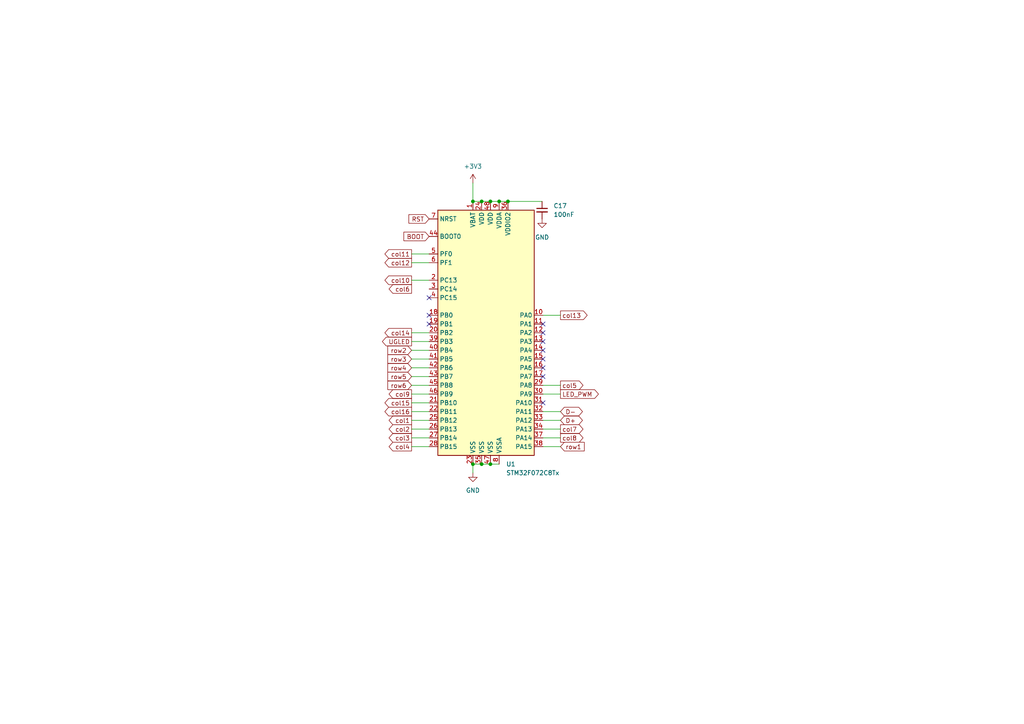
<source format=kicad_sch>
(kicad_sch (version 20211123) (generator eeschema)
  (paper "A4")
  (lib_symbols
    (symbol "Device:C_Small" (pin_numbers hide) (pin_names (offset 0.254) hide)
      (property "Reference" "C" (at 0.254 1.778 0))
      (property "Value" "C_Small" (at 0.254 -2.032 0))
      (symbol "C_Small_0_1"
        (polyline (pts (xy -1.524 -0.508) (xy 1.524 -0.508)) (stroke (width 0.3302)))
        (polyline (pts (xy -1.524 0.508) (xy 1.524 0.508)) (stroke (width 0.3048)))
      )
      (symbol "C_Small_1_1"
        (pin passive line (at 0 2.54 270) (length 2.032) (name "~") (number "1"))
        (pin passive line (at 0 -2.54 90) (length 2.032) (name "~") (number "2"))
      )
    )
    (symbol "MCU_ST_STM32F0:STM32F072C8Tx"
      (property "Reference" "U" (at -15.24 36.83 0))
      (property "Value" "STM32F072C8Tx" (at 7.62 36.83 0))
      (symbol "STM32F072C8Tx_0_1"
        (rectangle (start -15.24 -35.56) (end 12.7 35.56) (stroke (width 0.254)) (fill (type background)))
      )
      (symbol "STM32F072C8Tx_1_1"
        (pin power_in line (at -5.08 38.1 270) (length 2.54) (name "VBAT") (number "1"))
        (pin bidirectional line (at 15.24 5.08 180) (length 2.54) (name "PA0") (number "10"))
        (pin bidirectional line (at 15.24 2.54 180) (length 2.54) (name "PA1") (number "11"))
        (pin bidirectional line (at 15.24 0 180) (length 2.54) (name "PA2") (number "12"))
        (pin bidirectional line (at 15.24 -2.54 180) (length 2.54) (name "PA3") (number "13"))
        (pin bidirectional line (at 15.24 -5.08 180) (length 2.54) (name "PA4") (number "14"))
        (pin bidirectional line (at 15.24 -7.62 180) (length 2.54) (name "PA5") (number "15"))
        (pin bidirectional line (at 15.24 -10.16 180) (length 2.54) (name "PA6") (number "16"))
        (pin bidirectional line (at 15.24 -12.7 180) (length 2.54) (name "PA7") (number "17"))
        (pin bidirectional line (at -17.78 5.08 0) (length 2.54) (name "PB0") (number "18"))
        (pin bidirectional line (at -17.78 2.54 0) (length 2.54) (name "PB1") (number "19"))
        (pin bidirectional line (at -17.78 15.24 0) (length 2.54) (name "PC13") (number "2"))
        (pin bidirectional line (at -17.78 0 0) (length 2.54) (name "PB2") (number "20"))
        (pin bidirectional line (at -17.78 -20.32 0) (length 2.54) (name "PB10") (number "21"))
        (pin bidirectional line (at -17.78 -22.86 0) (length 2.54) (name "PB11") (number "22"))
        (pin power_in line (at -5.08 -38.1 90) (length 2.54) (name "VSS") (number "23"))
        (pin power_in line (at -2.54 38.1 270) (length 2.54) (name "VDD") (number "24"))
        (pin bidirectional line (at -17.78 -25.4 0) (length 2.54) (name "PB12") (number "25"))
        (pin bidirectional line (at -17.78 -27.94 0) (length 2.54) (name "PB13") (number "26"))
        (pin bidirectional line (at -17.78 -30.48 0) (length 2.54) (name "PB14") (number "27"))
        (pin bidirectional line (at -17.78 -33.02 0) (length 2.54) (name "PB15") (number "28"))
        (pin bidirectional line (at 15.24 -15.24 180) (length 2.54) (name "PA8") (number "29"))
        (pin bidirectional line (at -17.78 12.7 0) (length 2.54) (name "PC14") (number "3"))
        (pin bidirectional line (at 15.24 -17.78 180) (length 2.54) (name "PA9") (number "30"))
        (pin bidirectional line (at 15.24 -20.32 180) (length 2.54) (name "PA10") (number "31"))
        (pin bidirectional line (at 15.24 -22.86 180) (length 2.54) (name "PA11") (number "32"))
        (pin bidirectional line (at 15.24 -25.4 180) (length 2.54) (name "PA12") (number "33"))
        (pin bidirectional line (at 15.24 -27.94 180) (length 2.54) (name "PA13") (number "34"))
        (pin power_in line (at -2.54 -38.1 90) (length 2.54) (name "VSS") (number "35"))
        (pin power_in line (at 5.08 38.1 270) (length 2.54) (name "VDDIO2") (number "36"))
        (pin bidirectional line (at 15.24 -30.48 180) (length 2.54) (name "PA14") (number "37"))
        (pin bidirectional line (at 15.24 -33.02 180) (length 2.54) (name "PA15") (number "38"))
        (pin bidirectional line (at -17.78 -2.54 0) (length 2.54) (name "PB3") (number "39"))
        (pin bidirectional line (at -17.78 10.16 0) (length 2.54) (name "PC15") (number "4"))
        (pin bidirectional line (at -17.78 -5.08 0) (length 2.54) (name "PB4") (number "40"))
        (pin bidirectional line (at -17.78 -7.62 0) (length 2.54) (name "PB5") (number "41"))
        (pin bidirectional line (at -17.78 -10.16 0) (length 2.54) (name "PB6") (number "42"))
        (pin bidirectional line (at -17.78 -12.7 0) (length 2.54) (name "PB7") (number "43"))
        (pin input line (at -17.78 27.94 0) (length 2.54) (name "BOOT0") (number "44"))
        (pin bidirectional line (at -17.78 -15.24 0) (length 2.54) (name "PB8") (number "45"))
        (pin bidirectional line (at -17.78 -17.78 0) (length 2.54) (name "PB9") (number "46"))
        (pin power_in line (at 0 -38.1 90) (length 2.54) (name "VSS") (number "47"))
        (pin power_in line (at 0 38.1 270) (length 2.54) (name "VDD") (number "48"))
        (pin input line (at -17.78 22.86 0) (length 2.54) (name "PF0") (number "5"))
        (pin input line (at -17.78 20.32 0) (length 2.54) (name "PF1") (number "6"))
        (pin input line (at -17.78 33.02 0) (length 2.54) (name "NRST") (number "7"))
        (pin power_in line (at 2.54 -38.1 90) (length 2.54) (name "VSSA") (number "8"))
        (pin power_in line (at 2.54 38.1 270) (length 2.54) (name "VDDA") (number "9"))
      )
    )
    (symbol "power:+3.3V" (power) (pin_names (offset 0))
      (property "Value" "+3.3V" (at 0 3.556 0))
      (symbol "+3.3V_0_1"
        (polyline (pts (xy -0.762 1.27) (xy 0 2.54)))
        (polyline (pts (xy 0 0) (xy 0 2.54)))
        (polyline (pts (xy 0 2.54) (xy 0.762 1.27)))
      )
      (symbol "+3.3V_1_1"
        (pin power_in line (at 0 0 90) (length 0) hide (name "+3V3") (number "1"))
      )
    )
    (symbol "power:GND" (power) (pin_names (offset 0))
      (property "Value" "GND" (at 0 -3.81 0))
      (symbol "GND_0_1"
        (polyline (pts (xy 0 0) (xy 0 -1.27) (xy 1.27 -1.27) (xy 0 -2.54) (xy -1.27 -1.27) (xy 0 -1.27)))
      )
      (symbol "GND_1_1"
        (pin power_in line (at 0 0 270) (length 0) hide (name "GND") (number "1"))
      )
    )
  )
  (junction (at 144.78 58.42))
  (junction (at 142.24 134.62))
  (junction (at 139.7 58.42))
  (junction (at 142.24 58.42))
  (junction (at 137.16 58.42))
  (junction (at 137.16 134.62))
  (junction (at 139.7 134.62))
  (junction (at 147.32 58.42))
  (no_connect (at 124.46 93.98))
  (no_connect (at 157.48 101.6))
  (no_connect (at 124.46 86.36))
  (no_connect (at 157.48 96.52))
  (no_connect (at 157.48 99.06))
  (no_connect (at 157.48 109.22))
  (no_connect (at 157.48 104.14))
  (no_connect (at 157.48 93.98))
  (no_connect (at 157.48 116.84))
  (no_connect (at 124.46 91.44))
  (no_connect (at 157.48 106.68))
  (wire (pts (xy 119.38 129.54) (xy 124.46 129.54)))
  (wire (pts (xy 137.16 58.42) (xy 139.7 58.42)))
  (wire (pts (xy 119.38 114.3) (xy 124.46 114.3)))
  (wire (pts (xy 119.38 121.92) (xy 124.46 121.92)))
  (wire (pts (xy 119.38 96.52) (xy 124.46 96.52)))
  (wire (pts (xy 157.48 121.92) (xy 162.56 121.92)))
  (wire (pts (xy 119.38 127) (xy 124.46 127)))
  (wire (pts (xy 144.78 58.42) (xy 147.32 58.42)))
  (wire (pts (xy 144.78 134.62) (xy 142.24 134.62)))
  (wire (pts (xy 119.38 109.22) (xy 124.46 109.22)))
  (wire (pts (xy 119.38 116.84) (xy 124.46 116.84)))
  (wire (pts (xy 137.16 53.086) (xy 137.16 58.42)))
  (wire (pts (xy 157.48 91.44) (xy 162.56 91.44)))
  (wire (pts (xy 157.48 124.46) (xy 162.56 124.46)))
  (wire (pts (xy 157.48 127) (xy 162.56 127)))
  (wire (pts (xy 139.7 58.42) (xy 142.24 58.42)))
  (wire (pts (xy 139.7 134.62) (xy 137.16 134.62)))
  (wire (pts (xy 119.38 119.38) (xy 124.46 119.38)))
  (wire (pts (xy 157.48 114.3) (xy 162.56 114.3)))
  (wire (pts (xy 119.38 124.46) (xy 124.46 124.46)))
  (wire (pts (xy 119.38 81.28) (xy 124.46 81.28)))
  (wire (pts (xy 147.32 58.42) (xy 157.226 58.42)))
  (wire (pts (xy 142.24 58.42) (xy 144.78 58.42)))
  (wire (pts (xy 142.24 134.62) (xy 139.7 134.62)))
  (wire (pts (xy 119.38 104.14) (xy 124.46 104.14)))
  (wire (pts (xy 157.48 119.38) (xy 162.56 119.38)))
  (wire (pts (xy 119.38 111.76) (xy 124.46 111.76)))
  (wire (pts (xy 119.38 101.6) (xy 124.46 101.6)))
  (wire (pts (xy 119.38 76.2) (xy 124.46 76.2)))
  (wire (pts (xy 157.48 129.54) (xy 162.56 129.54)))
  (wire (pts (xy 157.48 111.76) (xy 162.56 111.76)))
  (wire (pts (xy 119.38 73.66) (xy 124.46 73.66)))
  (wire (pts (xy 119.38 106.68) (xy 124.46 106.68)))
  (wire (pts (xy 119.38 99.06) (xy 124.46 99.06)))
  (wire (pts (xy 137.16 134.62) (xy 137.16 137.16)))
  (global_label "col8" (shape output) (at 162.56 127 0) (property "Intersheet References" "${INTERSHEET_REFS}" (effects hide)))
  (global_label "row6" (shape input) (at 119.38 111.76 180) (property "Intersheet References" "${INTERSHEET_REFS}" (effects hide)))
  (global_label "LED_PWM" (shape output) (at 162.56 114.3 0) (property "Intersheet References" "${INTERSHEET_REFS}" (effects hide)))
  (global_label "col6" (shape output) (at 119.38 83.82 180) (property "Intersheet References" "${INTERSHEET_REFS}" (effects hide)))
  (global_label "RST" (shape input) (at 124.46 63.5 180) (property "Intersheet References" "${INTERSHEET_REFS}" (effects hide)))
  (global_label "D-" (shape bidirectional) (at 162.56 119.38 0) (property "Intersheet References" "${INTERSHEET_REFS}" (effects hide)))
  (global_label "col2" (shape output) (at 119.38 124.46 180) (property "Intersheet References" "${INTERSHEET_REFS}" (effects hide)))
  (global_label "row4" (shape input) (at 119.38 106.68 180) (property "Intersheet References" "${INTERSHEET_REFS}" (effects hide)))
  (global_label "col5" (shape output) (at 162.56 111.76 0) (property "Intersheet References" "${INTERSHEET_REFS}" (effects hide)))
  (global_label "row2" (shape input) (at 119.38 101.6 180) (property "Intersheet References" "${INTERSHEET_REFS}" (effects hide)))
  (global_label "col13" (shape output) (at 162.56 91.44 0) (property "Intersheet References" "${INTERSHEET_REFS}" (effects hide)))
  (global_label "col3" (shape output) (at 119.38 127 180) (property "Intersheet References" "${INTERSHEET_REFS}" (effects hide)))
  (global_label "col14" (shape output) (at 119.38 96.52 180) (property "Intersheet References" "${INTERSHEET_REFS}" (effects hide)))
  (global_label "UGLED" (shape output) (at 119.38 99.06 180) (property "Intersheet References" "${INTERSHEET_REFS}" (effects hide)))
  (global_label "D+" (shape bidirectional) (at 162.56 121.92 0) (property "Intersheet References" "${INTERSHEET_REFS}" (effects hide)))
  (global_label "col4" (shape output) (at 119.38 129.54 180) (property "Intersheet References" "${INTERSHEET_REFS}" (effects hide)))
  (global_label "row1" (shape input) (at 162.56 129.54 0) (property "Intersheet References" "${INTERSHEET_REFS}" (effects hide)))
  (global_label "col15" (shape output) (at 119.38 116.84 180) (property "Intersheet References" "${INTERSHEET_REFS}" (effects hide)))
  (global_label "row5" (shape input) (at 119.38 109.22 180) (property "Intersheet References" "${INTERSHEET_REFS}" (effects hide)))
  (global_label "col7" (shape output) (at 162.56 124.46 0) (property "Intersheet References" "${INTERSHEET_REFS}" (effects hide)))
  (global_label "BOOT" (shape input) (at 124.46 68.58 180) (property "Intersheet References" "${INTERSHEET_REFS}" (effects hide)))
  (global_label "col1" (shape output) (at 119.38 121.92 180) (property "Intersheet References" "${INTERSHEET_REFS}" (effects hide)))
  (global_label "col12" (shape output) (at 119.38 76.2 180) (property "Intersheet References" "${INTERSHEET_REFS}" (effects hide)))
  (global_label "col9" (shape output) (at 119.38 114.3 180) (property "Intersheet References" "${INTERSHEET_REFS}" (effects hide)))
  (global_label "col16" (shape output) (at 119.38 119.38 180) (property "Intersheet References" "${INTERSHEET_REFS}" (effects hide)))
  (global_label "row3" (shape input) (at 119.38 104.14 180) (property "Intersheet References" "${INTERSHEET_REFS}" (effects hide)))
  (global_label "col10" (shape output) (at 119.38 81.28 180) (property "Intersheet References" "${INTERSHEET_REFS}" (effects hide)))
  (global_label "col11" (shape output) (at 119.38 73.66 180) (property "Intersheet References" "${INTERSHEET_REFS}" (effects hide)))
  (symbol (lib_id "Device:C_Small") (at 157.226 60.96 0) (unit 1)
    (property "Reference" "C17" (at 160.528 59.6962 0) (effects (justify left)))
    (property "Value" "100nF" (at 160.528 62.2362 0) (effects (justify left)))
    (property "Footprint" "Capacitor_SMD:C_0402_1005Metric" (effects hide))
  )
  (symbol (lib_id "MCU_ST_STM32F0:STM32F072C8Tx") (at 142.24 96.52 0) (unit 1)
    (property "Reference" "U1" (at 146.7994 134.62 0) (effects (justify left)))
    (property "Value" "STM32F072C8Tx" (at 146.7994 137.16 0) (effects (justify left)))
    (property "Footprint" "Package_QFP:LQFP-48_7x7mm_P0.5mm" (effects hide))
    (property "Datasheet" "http://www.st.com/st-web-ui/static/active/en/resource/technical/document/datasheet/DM00090510.pdf" (effects hide))
  )
  (symbol (lib_id "power:+3.3V") (at 137.16 53.086 0) (unit 1)
    (property "Reference" "#PWR033" (effects hide))
    (property "Value" "+3.3V" (at 137.16 48.26 0))
  )
  (symbol (lib_id "power:GND") (at 157.226 63.5 0) (unit 1)
    (property "Reference" "#PWR035" (effects hide))
    (property "Value" "GND" (at 157.226 68.834 0))
  )
  (symbol (lib_id "power:GND") (at 137.16 137.16 0) (unit 1)
    (property "Reference" "#PWR034" (effects hide))
    (property "Value" "GND" (at 137.16 142.24 0))
  )
)
</source>
